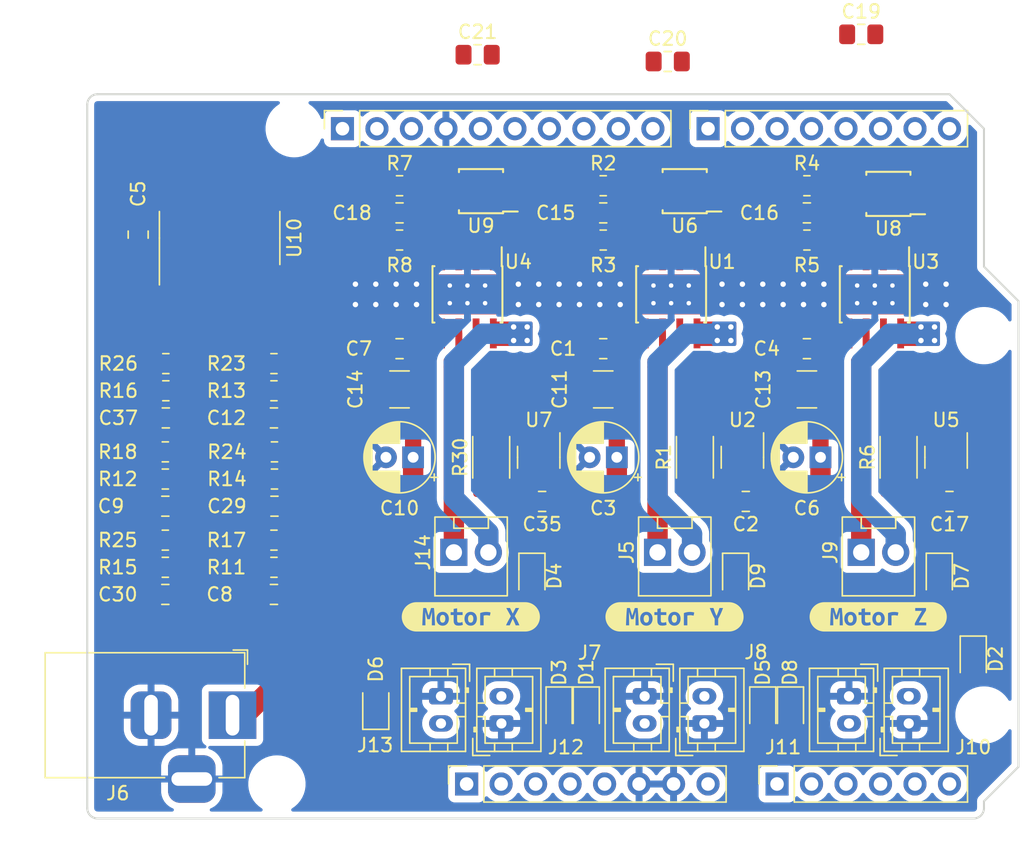
<source format=kicad_pcb>
(kicad_pcb (version 20211014) (generator pcbnew)
  (title_block (date "mar. 31 mars 2015"))
  (layers (0 "F.Cu" signal) (31 "B.Cu" signal) (34 "B.Paste" user) (35 "F.Paste" user) (36 "B.SilkS" user "B.Silkscreen") (37 "F.SilkS" user "F.Silkscreen") (38 "B.Mask" user) (39 "F.Mask" user) (44 "Edge.Cuts" user))
  (net 0 "")
  (net 1 "GND")
  (net 3 "+5V")
  (net 4 "/IOREF")
  (net 5 "/A0")
  (net 6 "/A1")
  (net 7 "/A2")
  (net 8 "/A3")
  (net 9 "/SDA{slash}A4")
  (net 10 "/SCL{slash}A5")
  (net 11 "/13")
  (net 12 "/12")
  (net 13 "/AREF")
  (net 14 "/8")
  (net 15 "/7")
  (net 16 "/*11")
  (net 17 "/*10")
  (net 18 "/*9")
  (net 19 "/4")
  (net 20 "/2")
  (net 21 "/*6")
  (net 22 "/*5")
  (net 23 "/TX{slash}1")
  (net 24 "/*3")
  (net 25 "/RX{slash}0")
  (net 26 "+3V3")
  (net 27 "/~{RESET}")
  (net 28 "+12V")
  (net 29 "Net-(J5-Pad1)")
  (net 30 "/H-bridge #1/PWM2")
  (net 31 "Net-(J10-Pad2)")
  (net 32 "Net-(J7-Pad2)")
  (net 33 "Net-(J8-Pad2)")
  (net 34 "Net-(J11-Pad2)")
  (net 35 "Net-(J5-Pad2)")
  (net 36 "Net-(J9-Pad1)")
  (net 37 "Net-(C8-Pad1)")
  (net 38 "Net-(C9-Pad1)")
  (net 39 "Net-(C12-Pad1)")
  (net 40 "Net-(C29-Pad1)")
  (net 41 "Net-(C30-Pad1)")
  (net 42 "Net-(C37-Pad1)")
  (net 43 "Net-(J9-Pad2)")
  (net 44 "Net-(J14-Pad1)")
  (net 45 "Net-(J14-Pad2)")
  (net 46 "Net-(R1-Pad2)")
  (net 47 "Net-(C15-Pad1)")
  (net 48 "Net-(C16-Pad1)")
  (net 49 "Net-(R6-Pad2)")
  (net 50 "Net-(C18-Pad1)")
  (net 51 "Net-(J12-Pad2)")
  (net 52 "Net-(J13-Pad2)")
  (net 53 "Net-(R30-Pad2)")
  (net 72 "/H-bridge #1/PWM1")
  (net 73 "/H-bridge #2/PWM2")
  (net 75 "/H-bridge #2/PWM1")
  (net 77 "/H-bridge #3/PWM2")
  (net 78 "/H-bridge #3/PWM1")
  (net 79 "Net-(U6-Pad1)")
  (net 80 "Net-(U8-Pad1)")
  (net 83 "Net-(U9-Pad1)")
  (footprint "Connector_PinSocket_2.54mm:PinSocket_1x08_P2.54mm_Vertical" (layer "F.Cu") (at 127.94 97.46 90)
    (fp_text reference "J1" hide)
    (fp_text value "Power")
  )
  (footprint "Connector_PinSocket_2.54mm:PinSocket_1x06_P2.54mm_Vertical" (layer "F.Cu") (at 150.8 97.46 90)
    (fp_text reference "J3" hide)
    (fp_text value "Analog")
  )
  (footprint "Connector_PinSocket_2.54mm:PinSocket_1x10_P2.54mm_Vertical" (layer "F.Cu") (at 118.796 49.2 90)
    (fp_text reference "J2" hide)
    (fp_text value "Digital/PWM")
  )
  (footprint "Connector_PinSocket_2.54mm:PinSocket_1x08_P2.54mm_Vertical" (layer "F.Cu") (at 145.72 49.2 90)
    (fp_text reference "J4" hide)
    (fp_text value "Digital/PWM")
  )
  (footprint "Resistor_SMD:R_0805_2012Metric_Pad1.20x1.40mm_HandSolder" (layer "F.Cu") (at 113.75 81.5 180)
    (fp_text reference "R11")
    (fp_text value "10kR")
  )
  (footprint "Connector_JST:JST_PH_B2B-PH-K_1x02_P2.00mm_Vertical" (layer "F.Cu") (at 145.45 93 90)
    (fp_text reference "J8")
    (fp_text value "SW0 switch")
  )
  (footprint "Resistor_SMD:R_0805_2012Metric_Pad1.20x1.40mm_HandSolder" (layer "F.Cu") (at 113.7875 73)
    (fp_text reference "R24")
    (fp_text value "10kR")
  )
  (footprint "Resistor_SMD:R_2010_5025Metric" (layer "F.Cu") (at 159.75 73.4 90)
    (fp_text reference "R6")
    (fp_text value "250mR")
  )
  (footprint "LED_SMD:LED_0805_2012Metric" (layer "F.Cu") (at 121.25 91.75 90)
    (fp_text reference "D6")
    (fp_text value "LED")
  )
  (footprint "LED_SMD:LED_0805_2012Metric" (layer "F.Cu") (at 151.79 92 -90)
    (fp_text reference "D8")
    (fp_text value "LED")
  )
  (footprint "kibuzzard-6381471A" (layer "F.Cu") (at 158.25 85.15)
    (fp_text reference "kibuzzard-6381471A" hide)
    (fp_text value "G***" hide)
  )
  (footprint "LED_SMD:LED_0805_2012Metric" (layer "F.Cu") (at 147.75 82.15 -90)
    (fp_text reference "D9")
    (fp_text value "LED")
  )
  (footprint "Capacitor_SMD:C_0805_2012Metric_Pad1.18x1.45mm_HandSolder" (layer "F.Cu") (at 128.75 43.75)
    (fp_text reference "C21")
    (fp_text value "0.1uC")
  )
  (footprint "Package_TO_SOT_SMD:SOT-23-5" (layer "F.Cu") (at 133.25 73.4 -90)
    (fp_text reference "U7")
    (fp_text value "INA180A1")
  )
  (footprint "Capacitor_THT:CP_Radial_D5.0mm_P2.00mm" (layer "F.Cu") (at 154 73.4 180)
    (fp_text reference "C6")
    (fp_text value "47uC")
  )
  (footprint "Package_SO:SO-14_3.9x8.65mm_P1.27mm" (layer "F.Cu") (at 109.75 57.25 90)
    (fp_text reference "U10")
    (fp_text value "74HC14")
  )
  (footprint "Connector_JST:JST_PH_B2B-PH-K_1x02_P2.00mm_Vertical" (layer "F.Cu") (at 160.5 93 90)
    (fp_text reference "J10")
    (fp_text value "SW1 switch")
  )
  (footprint "Resistor_SMD:R_2010_5025Metric" (layer "F.Cu") (at 144.75 73.4 90)
    (fp_text reference "R1")
    (fp_text value "250mR")
  )
  (footprint "kibuzzard-63814708" (layer "F.Cu") (at 128.25 85.15)
    (fp_text reference "kibuzzard-63814708" hide)
    (fp_text value "G***" hide)
  )
  (footprint "Capacitor_SMD:C_0805_2012Metric_Pad1.18x1.45mm_HandSolder" (layer "F.Cu") (at 105.75 83.5)
    (fp_text reference "C30")
    (fp_text value "0.1uC")
  )
  (footprint "Resistor_SMD:R_0805_2012Metric_Pad1.20x1.40mm_HandSolder" (layer "F.Cu") (at 138 57.4 180)
    (fp_text reference "R3")
    (fp_text value "10kR")
  )
  (footprint "Package_SO:TSSOP-8_3x3mm_P0.65mm" (layer "F.Cu") (at 159 54 180)
    (fp_text reference "U8")
    (fp_text value "74HC2G08")
  )
  (footprint "Capacitor_THT:CP_Radial_D5.0mm_P2.00mm" (layer "F.Cu") (at 139 73.4 180)
    (fp_text reference "C3")
    (fp_text value "47uC")
  )
  (footprint "Resistor_SMD:R_0805_2012Metric_Pad1.20x1.40mm_HandSolder" (layer "F.Cu") (at 105.75 75 180)
    (fp_text reference "R12")
    (fp_text value "10kR")
  )
  (footprint "Resistor_SMD:R_0805_2012Metric_Pad1.20x1.40mm_HandSolder" (layer "F.Cu") (at 105.7875 68.5 180)
    (fp_text reference "R16")
    (fp_text value "10kR")
  )
  (footprint "Capacitor_SMD:C_0805_2012Metric_Pad1.18x1.45mm_HandSolder" (layer "F.Cu") (at 105.7875 70.5)
    (fp_text reference "C37")
    (fp_text value "0.1uC")
  )
  (footprint "Capacitor_SMD:C_0805_2012Metric_Pad1.18x1.45mm_HandSolder" (layer "F.Cu") (at 113.75 70.5)
    (fp_text reference "C12")
    (fp_text value "0.1uC")
  )
  (footprint "Capacitor_SMD:C_0805_2012Metric_Pad1.18x1.45mm_HandSolder" (layer "F.Cu") (at 153 55.4 180)
    (fp_text reference "C16")
    (fp_text value "0.1uC")
  )
  (footprint "Resistor_SMD:R_0805_2012Metric_Pad1.20x1.40mm_HandSolder" (layer "F.Cu") (at 105.75 73)
    (fp_text reference "R18")
    (fp_text value "10kR")
  )
  (footprint "Resistor_SMD:R_0805_2012Metric_Pad1.20x1.40mm_HandSolder" (layer "F.Cu") (at 153 57.4 180)
    (fp_text reference "R5")
    (fp_text value "10kR")
  )
  (footprint "Resistor_SMD:R_0805_2012Metric_Pad1.20x1.40mm_HandSolder" (layer "F.Cu") (at 105.7875 66.5)
    (fp_text reference "R26")
    (fp_text value "10kR")
  )
  (footprint "Connector_JST:JST_PH_B2B-PH-K_1x02_P2.00mm_Vertical" (layer "F.Cu") (at 156.1 91 -90)
    (fp_text reference "J11")
    (fp_text value "SW1 switch")
  )
  (footprint "Package_SO:TSSOP-8_3x3mm_P0.65mm" (layer "F.Cu") (at 144 53.8 180)
    (fp_text reference "U6")
    (fp_text value "74HC2G08")
  )
  (footprint "Package_SO:Texas_HTSOP-8-1EP_3.9x4.9mm_P1.27mm_EP2.95x4.9mm_Mask2.4x3.1mm_ThermalVias" (layer "F.Cu") (at 158 61.4 -90)
    (fp_text reference "U3")
    (fp_text value "DRV8870DDA")
  )
  (footprint "LED_SMD:LED_0805_2012Metric" (layer "F.Cu") (at 149.75 92 -90)
    (fp_text reference "D5")
    (fp_text value "LED")
  )
  (footprint "Connector_custom:HC-2510-2A" (layer "F.Cu") (at 157 80.4 90)
    (fp_text reference "J9")
    (fp_text value "Motor connector")
  )
  (footprint "Arduino_MountingHole:MountingHole_3.2mm" (layer "F.Cu") (at 115.24 49.2)
    (fp_text reference "MH1" hide)
    (fp_text value "MountingHole_3.2mm" hide)
  )
  (footprint "Capacitor_SMD:C_0805_2012Metric_Pad1.18x1.45mm_HandSolder" (layer "F.Cu") (at 123 55.4 180)
    (fp_text reference "C18")
    (fp_text value "0.1uC")
  )
  (footprint "LED_SMD:LED_0805_2012Metric" (layer "F.Cu") (at 162.75 82.15 -90)
    (fp_text reference "D7")
    (fp_text value "LED")
  )
  (footprint "Resistor_SMD:R_0805_2012Metric_Pad1.20x1.40mm_HandSolder" (layer "F.Cu") (at 113.7875 75 180)
    (fp_text reference "R14")
    (fp_text value "10kR")
  )
  (footprint "Capacitor_SMD:C_0805_2012Metric_Pad1.18x1.45mm_HandSolder" (layer "F.Cu") (at 163.5 76.65 180)
    (fp_text reference "C17")
    (fp_text value "0.1uC")
  )
  (footprint "Capacitor_SMD:C_0805_2012Metric_Pad1.18x1.45mm_HandSolder" (layer "F.Cu") (at 153 65.4 180)
    (fp_text reference "C4")
    (fp_text value "0.1uC")
  )
  (footprint "Resistor_SMD:R_0805_2012Metric_Pad1.20x1.40mm_HandSolder" (layer "F.Cu") (at 153 53.4)
    (fp_text reference "R4")
    (fp_text value "10kR")
  )
  (footprint "Package_TO_SOT_SMD:SOT-23-5" (layer "F.Cu") (at 163.25 73.4 -90)
    (fp_text reference "U5")
    (fp_text value "INA180A1")
  )
  (footprint "Capacitor_SMD:C_0805_2012Metric_Pad1.18x1.45mm_HandSolder" (layer "F.Cu") (at 113.7875 77)
    (fp_text reference "C29")
    (fp_text value "0.1uC")
  )
  (footprint "Capacitor_SMD:C_1210_3225Metric_Pad1.33x2.70mm_HandSolder" (layer "F.Cu") (at 123 68.4 180)
    (fp_text reference "C14")
    (fp_text value "10uC")
  )
  (footprint "Capacitor_SMD:C_0805_2012Metric_Pad1.18x1.45mm_HandSolder" (layer "F.Cu") (at 148.5 76.65 180)
    (fp_text reference "C2")
    (fp_text value "0.1uC")
  )
  (footprint "kibuzzard-63814711" (layer "F.Cu") (at 143.25 85.15)
    (fp_text reference "kibuzzard-63814711" hide)
    (fp_text value "G***" hide)
  )
  (footprint "Package_SO:Texas_HTSOP-8-1EP_3.9x4.9mm_P1.27mm_EP2.95x4.9mm_Mask2.4x3.1mm_ThermalVias" (layer "F.Cu") (at 143 61.4 -90)
    (fp_text reference "U1")
    (fp_text value "DRV8870DDA")
  )
  (footprint "Resistor_SMD:R_2010_5025Metric" (layer "F.Cu") (at 129.75 73.4 90)
    (fp_text reference "R30")
    (fp_text value "250mR")
  )
  (footprint "Resistor_SMD:R_0805_2012Metric_Pad1.20x1.40mm_HandSolder" (layer "F.Cu") (at 138 53.4)
    (fp_text reference "R2")
    (fp_text value "10kR")
  )
  (footprint "Resistor_SMD:R_0805_2012Metric_Pad1.20x1.40mm_HandSolder" (layer "F.Cu") (at 113.75 68.5 180)
    (fp_text reference "R13")
    (fp_text value "10kR")
  )
  (footprint "LED_SMD:LED_0805_2012Metric" (layer "F.Cu") (at 132.75 82.15 -90)
    (fp_text reference "D4")
    (fp_text value "LED")
  )
  (footprint "Capacitor_SMD:C_1210_3225Metric_Pad1.33x2.70mm_HandSolder" (layer "F.Cu") (at 138 68.4 180)
    (fp_text reference "C11")
    (fp_text value "10uC")
  )
  (footprint "Resistor_SMD:R_0805_2012Metric_Pad1.20x1.40mm_HandSolder" (layer "F.Cu") (at 123 53.4)
    (fp_text reference "R7")
    (fp_text value "10kR")
  )
  (footprint "Capacitor_SMD:C_0805_2012Metric_Pad1.18x1.45mm_HandSolder" (layer "F.Cu") (at 123 65.4 180)
    (fp_text reference "C7")
    (fp_text value "0.1uC")
  )
  (footprint "Resistor_SMD:R_0805_2012Metric_Pad1.20x1.40mm_HandSolder" (layer "F.Cu") (at 105.75 79.5)
    (fp_text reference "R25")
    (fp_text value "10kR")
  )
  (footprint "Resistor_SMD:R_0805_2012Metric_Pad1.20x1.40mm_HandSolder" (layer "F.Cu") (at 105.75 81.5 180)
    (fp_text reference "R15")
    (fp_text value "10kR")
  )
  (footprint "Capacitor_SMD:C_0805_2012Metric_Pad1.18x1.45mm_HandSolder" (layer "F.Cu") (at 133.5 76.65 180)
    (fp_text reference "C35")
    (fp_text value "0.1uC")
  )
  (footprint "Resistor_SMD:R_0805_2012Metric_Pad1.20x1.40mm_HandSolder" (layer "F.Cu") (at 113.75 79.5)
    (fp_text reference "R17")
    (fp_text value "10kR")
  )
  (footprint "Connector_custom:HC-2510-2A" (layer "F.Cu") (at 142 80.4 90)
    (fp_text reference "J5")
    (fp_text value "Motor connector")
  )
  (footprint "Resistor_SMD:R_0805_2012Metric_Pad1.20x1.40mm_HandSolder" (layer "F.Cu") (at 113.75 66.5)
    (fp_text reference "R23")
    (fp_text value "10kR")
  )
  (footprint "Capacitor_SMD:C_0805_2012Metric_Pad1.18x1.45mm_HandSolder" (layer "F.Cu") (at 138 65.4 180)
    (fp_text reference "C1")
    (fp_text value "0.1uC")
  )
  (footprint "Connector_JST:JST_PH_B2B-PH-K_1x02_P2.00mm_Vertical" (layer "F.Cu") (at 126.05 91 -90)
    (fp_text reference "J13")
    (fp_text value "SW2 switch")
  )
  (footprint "Package_TO_SOT_SMD:SOT-23-5" (layer "F.Cu") (at 148.25 73.4 -90)
    (fp_text reference "U2")
    (fp_text value "INA180A1")
  )
  (footprint "Capacitor_SMD:C_0805_2012Metric_Pad1.18x1.45mm_HandSolder" (layer "F.Cu") (at 142.75 44.25)
    (fp_text reference "C20")
    (fp_text value "0.1uC")
  )
  (footprint "Connector_JST:JST_PH_B2B-PH-K_1x02_P2.00mm_Vertical" (layer "F.Cu") (at 141.05 91 -90)
    (fp_text reference "J7")
    (fp_text value "SW0 switch")
  )
  (footprint "Connector_JST:JST_PH_B2B-PH-K_1x02_P2.00mm_Vertical" (layer "F.Cu") (at 130.5 93 90)
    (fp_text reference "J12")
    (fp_text value "SW2 switch")
  )
  (footprint "LED_SMD:LED_0805_2012Metric" (layer "F.Cu") (at 165.25 88.25 -90)
    (fp_text reference "D2")
    (fp_text value "LED")
  )
  (footprint "Connector_custom:HC-2510-2A" (layer "F.Cu") (at 127 80.4 90)
    (fp_text reference "J14")
    (fp_text value "Motor connector")
  )
  (footprint "Capacitor_SMD:C_0805_2012Metric_Pad1.18x1.45mm_HandSolder" (layer "F.Cu") (at 103.75 57 -90)
    (fp_text reference "C5")
    (fp_text value "1uC")
  )
  (footprint "Package_SO:TSSOP-8_3x3mm_P0.65mm" (layer "F.Cu") (at 129 53.8 180)
    (fp_text reference "U9")
    (fp_text value "74HC2G08")
  )
  (footprint "Capacitor_SMD:C_0805_2012Metric_Pad1.18x1.45mm_HandSolder" (layer "F.Cu") (at 157 42.25)
    (fp_text reference "C19")
    (fp_text value "0.1uC")
  )
  (footprint "Package_SO:Texas_HTSOP-8-1EP_3.9x4.9mm_P1.27mm_EP2.95x4.9mm_Mask2.4x3.1mm_ThermalVias" (layer "F.Cu") (at 128 61.4 -90)
    (fp_text reference "U4")
    (fp_text value "DRV8870DDA")
  )
  (footprint "Connector_BarrelJack:BarrelJack_Horizontal" (layer "F.Cu") (at 110.7 92.3925)
    (fp_text reference "J6")
    (fp_text value "Barrel_Jack_Switch")
  )
  (footprint "LED_SMD:LED_0805_2012Metric" (layer "F.Cu") (at 134.75 92 -90)
    (fp_text reference "D3")
    (fp_text value "LED")
  )
  (footprint "Arduino_MountingHole:MountingHole_3.2mm" (layer "F.Cu") (at 113.97 97.46)
    (fp_text reference "MH2" hide)
    (fp_text value "MountingHole_3.2mm" hide)
  )
  (footprint "Capacitor_THT:CP_Radial_D5.0mm_P2.00mm" (layer "F.Cu") (at 124 73.4 180)
    (fp_text reference "C10")
    (fp_text value "47uC")
  )
  (footprint "Arduino_MountingHole:MountingHole_3.2mm" (layer "F.Cu") (at 166.04 64.44)
    (fp_text reference "MH3" hide)
    (fp_text value "MountingHole_3.2mm" hide)
  )
  (footprint "LED_SMD:LED_0805_2012Metric" (layer "F.Cu") (at 136.75 92 -90)
    (fp_text reference "D1")
    (fp_text value "LED")
  )
  (footprint "Capacitor_SMD:C_0805_2012Metric_Pad1.18x1.45mm_HandSolder" (layer "F.Cu") (at 105.75 77)
    (fp_text reference "C9")
    (fp_text value "0.1uC")
  )
  (footprint "Arduino_MountingHole:MountingHole_3.2mm" (layer "F.Cu") (at 166.04 92.38)
    (fp_text reference "MH4" hide)
    (fp_text value "MountingHole_3.2mm" hide)
  )
  (footprint "Resistor_SMD:R_0805_2012Metric_Pad1.20x1.40mm_HandSolder" (layer "F.Cu") (at 123 57.4 180)
    (fp_text reference "R8")
    (fp_text value "10kR")
  )
  (footprint "Capacitor_SMD:C_0805_2012Metric_Pad1.18x1.45mm_HandSolder" (layer "F.Cu") (at 113.75 83.5)
    (fp_text reference "C8")
    (fp_text value "0.1uC")
  )
  (footprint "Capacitor_SMD:C_0805_2012Metric_Pad1.18x1.45mm_HandSolder" (layer "F.Cu") (at 138 55.4 180)
    (fp_text reference "C15")
    (fp_text value "0.1uC")
  )
  (footprint "Capacitor_SMD:C_1210_3225Metric_Pad1.33x2.70mm_HandSolder" (layer "F.Cu") (at 153 68.4 180)
    (fp_text reference "C13")
    (fp_text value "10uC")
  )
  (gr_line (start 166.04 59.36) (end 168.58 61.9) (layer "Edge.Cuts") (width 0.15))
  (gr_line (start 100 99.238) (end 100 47.422) (layer "Edge.Cuts") (width 0.15))
  (gr_line (start 168.58 61.9) (end 168.58 96.19) (layer "Edge.Cuts") (width 0.15))
  (gr_line (start 165.278 100) (end 100.762 100) (layer "Edge.Cuts") (width 0.15))
  (gr_line (start 100.762 46.66) (end 163.5 46.66) (layer "Edge.Cuts") (width 0.15))
  (gr_arc (start 100.762 100) (mid 100.223185 99.776815) (end 100 99.238) (layer "Edge.Cuts") (width 0.15))
  (gr_line (start 168.58 96.19) (end 166.04 98.73) (layer "Edge.Cuts") (width 0.15))
  (gr_line (start 163.5 46.66) (end 166.04 49.2) (layer "Edge.Cuts") (width 0.15))
  (gr_arc (start 166.04 99.238) (mid 165.816815 99.776815) (end 165.278 100) (layer "Edge.Cuts") (width 0.15))
  (gr_line (start 166.04 49.2) (end 166.04 59.36) (layer "Edge.Cuts") (width 0.15))
  (gr_line (start 166.04 98.73) (end 166.04 99.238) (layer "Edge.Cuts") (width 0.15))
  (gr_arc (start 100 47.422) (mid 100.223185 46.883185) (end 100.762 46.66) (layer "Edge.Cuts") (width 0.15))
  (via (at 131.75 60.65) (size 0.8) (drill 0.4) (layers "F.Cu" "B.Cu") (net 1))
  (via (at 133.25 62.15) (size 0.8) (drill 0.4) (layers "F.Cu" "B.Cu") (net 1))
  (via (at 154.25 60.65) (size 0.8) (drill 0.4) (layers "F.Cu" "B.Cu") (net 1))
  (via (at 152.75 62.15) (size 0.8) (drill 0.4) (layers "F.Cu" "B.Cu") (net 1))
  (via (at 161.75 60.65) (size 0.8) (drill 0.4) (layers "F.Cu" "B.Cu") (net 1))
  (via (at 121.25 60.65) (size 0.8) (drill 0.4) (layers "F.Cu" "B.Cu") (net 1))
  (via (at 133.25 60.65) (size 0.8) (drill 0.4) (layers "F.Cu" "B.Cu") (net 1))
  (via (at 148.25 62.15) (size 0.8) (drill 0.4) (layers "F.Cu" "B.Cu") (net 1))
  (via (at 131.75 62.15) (size 0.8) (drill 0.4) (layers "F.Cu" "B.Cu") (net 1))
  (via (at 119.75 62.15) (size 0.8) (drill 0.4) (layers "F.Cu" "B.Cu") (net 1))
  (via (at 146.75 62.15) (size 0.8) (drill 0.4) (layers "F.Cu" "B.Cu") (net 1))
  (via (at 154.25 62.15) (size 0.8) (drill 0.4) (layers "F.Cu" "B.Cu") (net 1))
  (via (at 136.25 60.65) (size 0.8) (drill 0.4) (layers "F.Cu" "B.Cu") (net 1))
  (via (at 137.75 60.65) (size 0.8) (drill 0.4) (layers "F.Cu" "B.Cu") (net 1))
  (via (at 134.75 60.65) (size 0.8) (drill 0.4) (layers "F.Cu" "B.Cu") (net 1))
  (via (at 161.75 62.15) (size 0.8) (drill 0.4) (layers "F.Cu" "B.Cu") (net 1))
  (via (at 148.25 60.65) (size 0.8) (drill 0.4) (layers "F.Cu" "B.Cu") (net 1))
  (via (at 163.25 62.15) (size 0.8) (drill 0.4) (layers "F.Cu" "B.Cu") (net 1))
  (via (at 124.25 62.15) (size 0.8) (drill 0.4) (layers "F.Cu" "B.Cu") (net 1))
  (via (at 139.25 62.15) (size 0.8) (drill 0.4) (layers "F.Cu" "B.Cu") (net 1))
  (via (at 136.25 62.15) (size 0.8) (drill 0.4) (layers "F.Cu" "B.Cu") (net 1))
  (via (at 163.25 60.65) (size 0.8) (drill 0.4) (layers "F.Cu" "B.Cu") (net 1))
  (via (at 137.75 62.15) (size 0.8) (drill 0.4) (layers "F.Cu" "B.Cu") (net 1))
  (via (at 122.75 60.65) (size 0.8) (drill 0.4) (layers "F.Cu" "B.Cu") (net 1))
  (via (at 152.75 60.65) (size 0.8) (drill 0.4) (layers "F.Cu" "B.Cu") (net 1))
  (via (at 149.75 60.65) (size 0.8) (drill 0.4) (layers "F.Cu" "B.Cu") (net 1))
  (via (at 119.75 60.65) (size 0.8) (drill 0.4) (layers "F.Cu" "B.Cu") (net 1))
  (via (at 124.25 60.65) (size 0.8) (drill 0.4) (layers "F.Cu" "B.Cu") (net 1))
  (via (at 151.25 60.65) (size 0.8) (drill 0.4) (layers "F.Cu" "B.Cu") (net 1))
  (via (at 122.75 62.15) (size 0.8) (drill 0.4) (layers "F.Cu" "B.Cu") (net 1))
  (via (at 134.75 62.15) (size 0.8) (drill 0.4) (layers "F.Cu" "B.Cu") (net 1))
  (via (at 149.75 62.15) (size 0.8) (drill 0.4) (layers "F.Cu" "B.Cu") (net 1))
  (via (at 146.75 60.65) (size 0.8) (drill 0.4) (layers "F.Cu" "B.Cu") (net 1))
  (via (at 121.25 62.15) (size 0.8) (drill 0.4) (layers "F.Cu" "B.Cu") (net 1))
  (via (at 139.25 60.65) (size 0.8) (drill 0.4) (layers "F.Cu" "B.Cu") (net 1))
  (via (at 151.25 62.15) (size 0.8) (drill 0.4) (layers "F.Cu" "B.Cu") (net 1))
  (segment (start 154 73.4) (end 154 82.4) (width 1.5) (layer "F.Cu") (net 28))
  (segment (start 139.5625 68.4) (end 139.5625 70.8375) (width 1.2) (layer "F.Cu") (net 28))
  (segment (start 139 73.4) (end 139 85.4) (width 1.5) (layer "F.Cu") (net 28))
  (segment (start 154.5625 70.8375) (end 154 71.4) (width 1.2) (layer "F.Cu") (net 28))
  (segment (start 154.5625 68.4) (end 154.5625 70.8375) (width 1.2) (layer "F.Cu") (net 28))
  (segment (start 124 85.4) (end 118.6 85.4) (width 1.5) (layer "F.Cu") (net 28))
  (segment (start 124.5625 68.4) (end 124.5625 70.8375) (width 1.2) (layer "F.Cu") (net 28))
  (segment (start 139.5625 70.8375) (end 139 71.4) (width 1.2) (layer "F.Cu") (net 28))
  (segment (start 124 71.4) (end 124 73.4) (width 1.2) (layer "F.Cu") (net 28))
  (segment (start 124 73.4) (end 124 85.4) (width 1.5) (layer "F.Cu") (net 28))
  (segment (start 154 82.4) (end 151 85.4) (width 1.5) (layer "F.Cu") (net 28))
  (segment (start 118.6 85.4) (end 111.6075 92.3925) (width 1.5) (layer "F.Cu") (net 28))
  (segment (start 111.6075 92.3925) (end 110.7 92.3925) (width 1.5) (layer "F.Cu") (net 28))
  (segment (start 151 85.4) (end 139 85.4) (width 1.5) (layer "F.Cu") (net 28))
  (segment (start 139 85.4) (end 124 85.4) (width 1.5) (layer "F.Cu") (net 28))
  (segment (start 124.5625 70.8375) (end 124 71.4) (width 1.2) (layer "F.Cu") (net 28))
  (segment (start 139 71.4) (end 139 73.4) (width 1.2) (layer "F.Cu") (net 28))
  (segment (start 154 71.4) (end 154 73.4) (width 1.2) (layer "F.Cu") (net 28))
  (segment (start 142.365 66.435) (end 142 66.8) (width 0.5) (layer "F.Cu") (net 29))
  (segment (start 142 80.4) (end 142 66.8) (width 1.5) (layer "F.Cu") (net 29))
  (segment (start 142.365 64.275) (end 142.365 66.435) (width 0.5) (layer "F.Cu") (net 29))
  (via (at 146.4 63.8) (size 0.8) (drill 0.4) (layers "F.Cu" "B.Cu") (net 35))
  (via (at 146.4 64.8) (size 0.8) (drill 0.4) (layers "F.Cu" "B.Cu") (net 35))
  (via (at 147.4 64.8) (size 0.8) (drill 0.4) (layers "F.Cu" "B.Cu") (net 35))
  (via (at 147.4 63.8) (size 0.8) (drill 0.4) (layers "F.Cu" "B.Cu") (net 35))
  (segment (start 144.54 79.04) (end 144.54 80.4) (width 1.5) (layer "B.Cu") (net 35))
  (segment (start 142 76.5) (end 144.54 79.04) (width 1.5) (layer "B.Cu") (net 35))
  (segment (start 146.9 64.3) (end 144.1 64.3) (width 1.5) (layer "B.Cu") (net 35))
  (segment (start 142 66.4) (end 142 76.5) (width 1.5) (layer "B.Cu") (net 35))
  (segment (start 144.1 64.3) (end 142 66.4) (width 1.5) (layer "B.Cu") (net 35))
  (segment (start 157.365 64.275) (end 157.365 66.435) (width 0.5) (layer "F.Cu") (net 36))
  (segment (start 157 80.4) (end 157 66.8) (width 1.5) (layer "F.Cu") (net 36))
  (segment (start 157.365 66.435) (end 157 66.8) (width 0.5) (layer "F.Cu") (net 36))
  (via (at 162.4 64.8) (size 0.8) (drill 0.4) (layers "F.Cu" "B.Cu") (net 43))
  (via (at 161.4 63.8) (size 0.8) (drill 0.4) (layers "F.Cu" "B.Cu") (net 43))
  (via (at 161.4 64.8) (size 0.8) (drill 0.4) (layers "F.Cu" "B.Cu") (net 43))
  (via (at 162.4 63.8) (size 0.8) (drill 0.4) (layers "F.Cu" "B.Cu") (net 43))
  (segment (start 159.54 79.04) (end 159.54 80.4) (width 1.5) (layer "B.Cu") (net 43))
  (segment (start 157 66.4) (end 157 76.5) (width 1.5) (layer "B.Cu") (net 43))
  (segment (start 157 76.5) (end 159.54 79.04) (width 1.5) (layer "B.Cu") (net 43))
  (segment (start 159.1 64.3) (end 157 66.4) (width 1.5) (layer "B.Cu") (net 43))
  (segment (start 161.9 64.3) (end 159.1 64.3) (width 1.5) (layer "B.Cu") (net 43))
  (segment (start 127 80.4) (end 127 66.8) (width 1.5) (layer "F.Cu") (net 44))
  (segment (start 127.365 66.435) (end 127 66.8) (width 0.5) (layer "F.Cu") (net 44))
  (segment (start 127.365 64.275) (end 127.365 66.435) (width 0.5) (layer "F.Cu") (net 44))
  (via (at 131.4 64.8) (size 0.8) (drill 0.4) (layers "F.Cu" "B.Cu") (net 45))
  (via (at 131.4 63.8) (size 0.8) (drill 0.4) (layers "F.Cu" "B.Cu") (net 45))
  (via (at 132.4 64.8) (size 0.8) (drill 0.4) (layers "F.Cu" "B.Cu") (net 45))
  (via (at 132.4 63.8) (size 0.8) (drill 0.4) (layers "F.Cu" "B.Cu") (net 45))
  (segment (start 131.9 64.3) (end 129.1 64.3) (width 1.5) (layer "B.Cu") (net 45))
  (segment (start 129.54 78.94) (end 129.54 80.4) (width 1.5) (layer "B.Cu") (net 45))
  (segment (start 129.1 64.3) (end 127 66.4) (width 1.5) (layer "B.Cu") (net 45))
  (segment (start 127 76.4) (end 129.54 78.94) (width 1.5) (layer "B.Cu") (net 45))
  (segment (start 127 66.4) (end 127 76.4) (width 1.5) (layer "B.Cu") (net 45))
  (zone (net 28) (net_name "+12V") (layer "F.Cu") (connect_pads yes (clearance 0.508)) (min_thickness 0.254) (fill yes (thermal_gap 0.508) (thermal_bridge_width 0.508))
    (polygon (pts (xy 141 64.9) (xy 140 67.4) (xy 140 69.4) (xy 139 69.4) (xy 139 67.4) (xy 138.5 65.9) (xy 138.5 64.9) (xy 141 63.4)))
  )
  (zone (net 28) (net_name "+12V") (layer "F.Cu") (connect_pads yes (clearance 0.508)) (min_thickness 0.254) (fill yes (thermal_gap 0.508) (thermal_bridge_width 0.508))
    (polygon (pts (xy 126 65.4) (xy 125 67.4) (xy 125 69.4) (xy 124 69.4) (xy 124 67.4) (xy 123.5 65.9) (xy 123.5 64.9) (xy 126 63.4)))
  )
  (zone (net 44) (net_name "Net-(J14-Pad1)") (layer "F.Cu") (connect_pads yes (clearance 0.508)) (min_thickness 0.254) (fill yes (thermal_gap 0.508) (thermal_bridge_width 0.508))
    (polygon (pts (xy 127.75 66.9) (xy 126.25 66.9) (xy 126.25 66.15) (xy 127 65.65) (xy 127.75 65.65)))
  )
  (zone (net 28) (net_name "+12V") (layer "F.Cu") (connect_pads yes (clearance 0.508)) (min_thickness 0.254) (fill yes (thermal_gap 0.508) (thermal_bridge_width 0.508))
    (polygon (pts (xy 156 64.9) (xy 155 67.4) (xy 155 69.4) (xy 154 69.4) (xy 154 67.4) (xy 153.5 65.9) (xy 153.5 64.9) (xy 156 63.4)))
  )
  (zone (net 36) (net_name "Net-(J9-Pad1)") (layer "F.Cu") (connect_pads yes (clearance 0.508)) (min_thickness 0.254) (fill yes (thermal_gap 0.508) (thermal_bridge_width 0.508))
    (polygon (pts (xy 157.75 66.9) (xy 156.25 66.9) (xy 156.25 66.15) (xy 157 65.65) (xy 157.75 65.65)))
  )
  (zone (net 35) (net_name "Net-(J5-Pad2)") (layer "F.Cu") (connect_pads yes (clearance 0.508)) (min_thickness 0.254) (fill yes (thermal_gap 0.508) (thermal_bridge_width 0.508))
    (polygon (pts (xy 147.8 65.2) (xy 144.8 65.2) (xy 144.8 63.4) (xy 147.8 63.4)))
  )
  (zone (net 45) (net_name "Net-(J14-Pad2)") (layer "F.Cu") (connect_pads yes (clearance 0.508)) (min_thickness 0.254) (fill yes (thermal_gap 0.508) (thermal_bridge_width 0.508))
    (polygon (pts (xy 132.8 65.2) (xy 129.8 65.2) (xy 129.8 63.4) (xy 132.8 63.4)))
  )
  (zone (net 1) (net_name "GND") (layers F&B.Cu) (connect_pads yes (clearance 0.508)) (min_thickness 0.254) (fill yes (thermal_gap 0.508) (thermal_bridge_width 0.508))
    (polygon (pts (xy 164 62.85) (xy 119 62.85) (xy 119 59.95) (xy 164 59.95)))
  )
  (zone (net 29) (net_name "Net-(J5-Pad1)") (layer "F.Cu") (connect_pads yes (clearance 0.508)) (min_thickness 0.254) (fill yes (thermal_gap 0.508) (thermal_bridge_width 0.508))
    (polygon (pts (xy 142.75 66.9) (xy 141.25 66.9) (xy 141.25 66.15) (xy 142 65.65) (xy 142.75 65.65)))
  )
  (zone (net 43) (net_name "Net-(J9-Pad2)") (layer "F.Cu") (connect_pads yes (clearance 0.508)) (min_thickness 0.254) (fill yes (thermal_gap 0.508) (thermal_bridge_width 0.508))
    (polygon (pts (xy 162.8 65.2) (xy 159.75 65.2) (xy 159.75 63.4) (xy 162.8 63.4)))
  )
  (zone (net 1) (net_name "GND") (layer "B.Cu") (connect_pads (clearance 0.508)) (min_thickness 0.254) (fill yes (thermal_gap 0.508) (thermal_bridge_width 0.508))
    (polygon (pts (xy 169 101) (xy 99 101) (xy 99 46) (xy 169 46)))
  )
  (zone (net 45) (net_name "Net-(J14-Pad2)") (layer "B.Cu") (connect_pads yes (clearance 0.508)) (min_thickness 0.254) (fill yes (thermal_gap 0.508) (thermal_bridge_width 0.508))
    (polygon (pts (xy 132.8 65.2) (xy 131 65.2) (xy 131 63.4) (xy 132.8 63.4)))
  )
  (zone (net 43) (net_name "Net-(J9-Pad2)") (layer "B.Cu") (connect_pads yes (clearance 0.508)) (min_thickness 0.254) (fill yes (thermal_gap 0.508) (thermal_bridge_width 0.508))
    (polygon (pts (xy 162.8 65.2) (xy 161 65.2) (xy 161 63.4) (xy 162.8 63.4)))
  )
  (zone (net 35) (net_name "Net-(J5-Pad2)") (layer "B.Cu") (connect_pads yes (clearance 0.508)) (min_thickness 0.254) (fill yes (thermal_gap 0.508) (thermal_bridge_width 0.508))
    (polygon (pts (xy 147.8 65.2) (xy 146 65.2) (xy 146 63.4) (xy 147.8 63.4)))
  )
)
</source>
